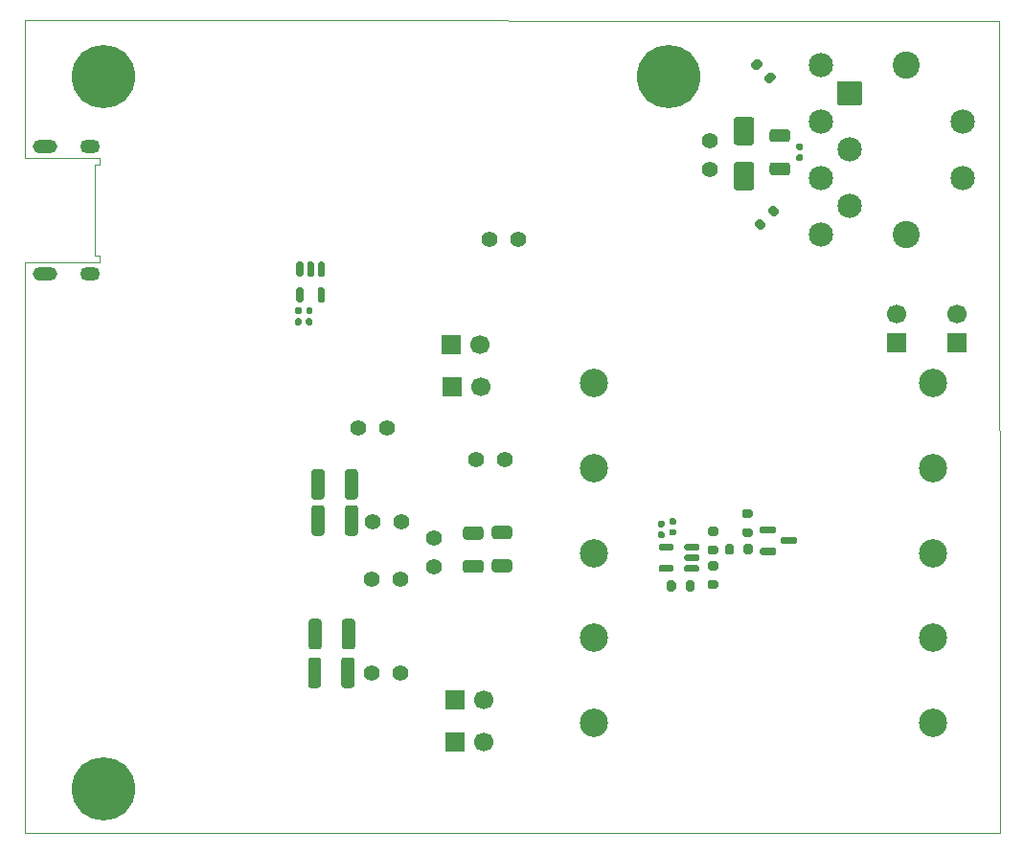
<source format=gbs>
G04 #@! TF.GenerationSoftware,KiCad,Pcbnew,9.0.1+1*
G04 #@! TF.CreationDate,2025-12-16T10:27:43+00:00*
G04 #@! TF.ProjectId,c64psu,63363470-7375-42e6-9b69-6361645f7063,rev?*
G04 #@! TF.SameCoordinates,Original*
G04 #@! TF.FileFunction,Soldermask,Bot*
G04 #@! TF.FilePolarity,Negative*
%FSLAX46Y46*%
G04 Gerber Fmt 4.6, Leading zero omitted, Abs format (unit mm)*
G04 Created by KiCad (PCBNEW 9.0.1+1) date 2025-12-16 10:27:43*
%MOMM*%
%LPD*%
G01*
G04 APERTURE LIST*
G04 #@! TA.AperFunction,Profile*
%ADD10C,0.050000*%
G04 #@! TD*
%ADD11C,2.500000*%
%ADD12C,1.400000*%
%ADD13C,3.600000*%
%ADD14C,5.600000*%
%ADD15R,1.700000X1.700000*%
%ADD16C,1.700000*%
%ADD17O,1.754000X1.254000*%
%ADD18O,2.154000X1.254000*%
%ADD19C,2.400000*%
%ADD20C,2.154000*%
G04 APERTURE END LIST*
D10*
X219224551Y-37033468D02*
X219250062Y-108900624D01*
X133100087Y-108875624D01*
X133075074Y-58400000D01*
X139675000Y-58400000D01*
X139675000Y-57800000D01*
X139250000Y-57800000D01*
X139250000Y-49750000D01*
X139700000Y-49750000D01*
X139700000Y-49150000D01*
X133075000Y-49150000D01*
X133075000Y-37008468D01*
X219224551Y-37033468D01*
D11*
X183370000Y-69110000D03*
X183370000Y-76610000D03*
X183370000Y-84110000D03*
X183370000Y-91610000D03*
X183370000Y-99110000D03*
X213370000Y-69110000D03*
X213370000Y-76610000D03*
X213370000Y-84110000D03*
X213370000Y-91610000D03*
X213370000Y-99110000D03*
D12*
X163748400Y-94691200D03*
X166288400Y-94691200D03*
X163799200Y-81330800D03*
X166339200Y-81330800D03*
D13*
X190000000Y-42000000D03*
D14*
X190000000Y-42000000D03*
D15*
X170784600Y-65684400D03*
D16*
X173324600Y-65684400D03*
D15*
X171140200Y-100787200D03*
D16*
X173680200Y-100787200D03*
D15*
X170835400Y-69392800D03*
D16*
X173375400Y-69392800D03*
D12*
X172994001Y-75844400D03*
X175534001Y-75844400D03*
X165079999Y-73050400D03*
X162539999Y-73050400D03*
X169214800Y-85344000D03*
X169214800Y-82804000D03*
D17*
X138850000Y-48155000D03*
X138850000Y-59395000D03*
D18*
X134850000Y-48155000D03*
X134850000Y-59395000D03*
D15*
X171140200Y-97078800D03*
D16*
X173680200Y-97078800D03*
D12*
X166248400Y-86410800D03*
X163708400Y-86410800D03*
D13*
X140000000Y-105000000D03*
D14*
X140000000Y-105000000D03*
D12*
X174170300Y-56365150D03*
X176710300Y-56365150D03*
D19*
X210980000Y-55940000D03*
X210980000Y-40940000D03*
D20*
X215980000Y-50940000D03*
X215980000Y-45940000D03*
G36*
G01*
X206955000Y-44517000D02*
X205005000Y-44517000D01*
G75*
G02*
X204903000Y-44415000I0J102000D01*
G01*
X204903000Y-42465000D01*
G75*
G02*
X205005000Y-42363000I102000J0D01*
G01*
X206955000Y-42363000D01*
G75*
G02*
X207057000Y-42465000I0J-102000D01*
G01*
X207057000Y-44415000D01*
G75*
G02*
X206955000Y-44517000I-102000J0D01*
G01*
G37*
X205980000Y-48440000D03*
X205980000Y-53440000D03*
X203480000Y-45940000D03*
X203480000Y-50940000D03*
X203480000Y-40940000D03*
X203480000Y-55940000D03*
D12*
X193598800Y-50170399D03*
X193598800Y-47630399D03*
D13*
X140000000Y-42000000D03*
D14*
X140000000Y-42000000D03*
G36*
G01*
X197296800Y-52036802D02*
X195996800Y-52036802D01*
G75*
G02*
X195746800Y-51786802I0J250000D01*
G01*
X195746800Y-49786802D01*
G75*
G02*
X195996800Y-49536802I250000J0D01*
G01*
X197296800Y-49536802D01*
G75*
G02*
X197546800Y-49786802I0J-250000D01*
G01*
X197546800Y-51786802D01*
G75*
G02*
X197296800Y-52036802I-250000J0D01*
G01*
G37*
G36*
G01*
X197296800Y-48036800D02*
X195996800Y-48036800D01*
G75*
G02*
X195746800Y-47786800I0J250000D01*
G01*
X195746800Y-45786800D01*
G75*
G02*
X195996800Y-45536800I250000J0D01*
G01*
X197296800Y-45536800D01*
G75*
G02*
X197546800Y-45786800I0J-250000D01*
G01*
X197546800Y-47786800D01*
G75*
G02*
X197296800Y-48036800I-250000J0D01*
G01*
G37*
G36*
G01*
X193628600Y-84830200D02*
X194178600Y-84830200D01*
G75*
G02*
X194378600Y-85030200I0J-200000D01*
G01*
X194378600Y-85430200D01*
G75*
G02*
X194178600Y-85630200I-200000J0D01*
G01*
X193628600Y-85630200D01*
G75*
G02*
X193428600Y-85430200I0J200000D01*
G01*
X193428600Y-85030200D01*
G75*
G02*
X193628600Y-84830200I200000J0D01*
G01*
G37*
G36*
G01*
X193628600Y-86480200D02*
X194178600Y-86480200D01*
G75*
G02*
X194378600Y-86680200I0J-200000D01*
G01*
X194378600Y-87080200D01*
G75*
G02*
X194178600Y-87280200I-200000J0D01*
G01*
X193628600Y-87280200D01*
G75*
G02*
X193428600Y-87080200I0J200000D01*
G01*
X193428600Y-86680200D01*
G75*
G02*
X193628600Y-86480200I200000J0D01*
G01*
G37*
G36*
G01*
X192706400Y-83431201D02*
X192706400Y-83731201D01*
G75*
G02*
X192556400Y-83881201I-150000J0D01*
G01*
X191531400Y-83881201D01*
G75*
G02*
X191381400Y-83731201I0J150000D01*
G01*
X191381400Y-83431201D01*
G75*
G02*
X191531400Y-83281201I150000J0D01*
G01*
X192556400Y-83281201D01*
G75*
G02*
X192706400Y-83431201I0J-150000D01*
G01*
G37*
G36*
G01*
X192706400Y-84381200D02*
X192706400Y-84681200D01*
G75*
G02*
X192556400Y-84831200I-150000J0D01*
G01*
X191531400Y-84831200D01*
G75*
G02*
X191381400Y-84681200I0J150000D01*
G01*
X191381400Y-84381200D01*
G75*
G02*
X191531400Y-84231200I150000J0D01*
G01*
X192556400Y-84231200D01*
G75*
G02*
X192706400Y-84381200I0J-150000D01*
G01*
G37*
G36*
G01*
X192706400Y-85331199D02*
X192706400Y-85631199D01*
G75*
G02*
X192556400Y-85781199I-150000J0D01*
G01*
X191531400Y-85781199D01*
G75*
G02*
X191381400Y-85631199I0J150000D01*
G01*
X191381400Y-85331199D01*
G75*
G02*
X191531400Y-85181199I150000J0D01*
G01*
X192556400Y-85181199D01*
G75*
G02*
X192706400Y-85331199I0J-150000D01*
G01*
G37*
G36*
G01*
X190431400Y-85331199D02*
X190431400Y-85631199D01*
G75*
G02*
X190281400Y-85781199I-150000J0D01*
G01*
X189256400Y-85781199D01*
G75*
G02*
X189106400Y-85631199I0J150000D01*
G01*
X189106400Y-85331199D01*
G75*
G02*
X189256400Y-85181199I150000J0D01*
G01*
X190281400Y-85181199D01*
G75*
G02*
X190431400Y-85331199I0J-150000D01*
G01*
G37*
G36*
G01*
X190431400Y-83431201D02*
X190431400Y-83731201D01*
G75*
G02*
X190281400Y-83881201I-150000J0D01*
G01*
X189256400Y-83881201D01*
G75*
G02*
X189106400Y-83731201I0J150000D01*
G01*
X189106400Y-83431201D01*
G75*
G02*
X189256400Y-83281201I150000J0D01*
G01*
X190281400Y-83281201D01*
G75*
G02*
X190431400Y-83431201I0J-150000D01*
G01*
G37*
G36*
G01*
X157243601Y-58347200D02*
X157543601Y-58347200D01*
G75*
G02*
X157693601Y-58497200I0J-150000D01*
G01*
X157693601Y-59522200D01*
G75*
G02*
X157543601Y-59672200I-150000J0D01*
G01*
X157243601Y-59672200D01*
G75*
G02*
X157093601Y-59522200I0J150000D01*
G01*
X157093601Y-58497200D01*
G75*
G02*
X157243601Y-58347200I150000J0D01*
G01*
G37*
G36*
G01*
X158193600Y-58347200D02*
X158493600Y-58347200D01*
G75*
G02*
X158643600Y-58497200I0J-150000D01*
G01*
X158643600Y-59522200D01*
G75*
G02*
X158493600Y-59672200I-150000J0D01*
G01*
X158193600Y-59672200D01*
G75*
G02*
X158043600Y-59522200I0J150000D01*
G01*
X158043600Y-58497200D01*
G75*
G02*
X158193600Y-58347200I150000J0D01*
G01*
G37*
G36*
G01*
X159143599Y-58347200D02*
X159443599Y-58347200D01*
G75*
G02*
X159593599Y-58497200I0J-150000D01*
G01*
X159593599Y-59522200D01*
G75*
G02*
X159443599Y-59672200I-150000J0D01*
G01*
X159143599Y-59672200D01*
G75*
G02*
X158993599Y-59522200I0J150000D01*
G01*
X158993599Y-58497200D01*
G75*
G02*
X159143599Y-58347200I150000J0D01*
G01*
G37*
G36*
G01*
X159143599Y-60622200D02*
X159443599Y-60622200D01*
G75*
G02*
X159593599Y-60772200I0J-150000D01*
G01*
X159593599Y-61797200D01*
G75*
G02*
X159443599Y-61947200I-150000J0D01*
G01*
X159143599Y-61947200D01*
G75*
G02*
X158993599Y-61797200I0J150000D01*
G01*
X158993599Y-60772200D01*
G75*
G02*
X159143599Y-60622200I150000J0D01*
G01*
G37*
G36*
G01*
X157243601Y-60622200D02*
X157543601Y-60622200D01*
G75*
G02*
X157693601Y-60772200I0J-150000D01*
G01*
X157693601Y-61797200D01*
G75*
G02*
X157543601Y-61947200I-150000J0D01*
G01*
X157243601Y-61947200D01*
G75*
G02*
X157093601Y-61797200I0J150000D01*
G01*
X157093601Y-60772200D01*
G75*
G02*
X157243601Y-60622200I150000J0D01*
G01*
G37*
G36*
G01*
X192283800Y-86745400D02*
X192283800Y-87295400D01*
G75*
G02*
X192083800Y-87495400I-200000J0D01*
G01*
X191683800Y-87495400D01*
G75*
G02*
X191483800Y-87295400I0J200000D01*
G01*
X191483800Y-86745400D01*
G75*
G02*
X191683800Y-86545400I200000J0D01*
G01*
X192083800Y-86545400D01*
G75*
G02*
X192283800Y-86745400I0J-200000D01*
G01*
G37*
G36*
G01*
X190633800Y-86745400D02*
X190633800Y-87295400D01*
G75*
G02*
X190433800Y-87495400I-200000J0D01*
G01*
X190033800Y-87495400D01*
G75*
G02*
X189833800Y-87295400I0J200000D01*
G01*
X189833800Y-86745400D01*
G75*
G02*
X190033800Y-86545400I200000J0D01*
G01*
X190433800Y-86545400D01*
G75*
G02*
X190633800Y-86745400I0J-200000D01*
G01*
G37*
G36*
G01*
X197226600Y-82696000D02*
X196676600Y-82696000D01*
G75*
G02*
X196476600Y-82496000I0J200000D01*
G01*
X196476600Y-82096000D01*
G75*
G02*
X196676600Y-81896000I200000J0D01*
G01*
X197226600Y-81896000D01*
G75*
G02*
X197426600Y-82096000I0J-200000D01*
G01*
X197426600Y-82496000D01*
G75*
G02*
X197226600Y-82696000I-200000J0D01*
G01*
G37*
G36*
G01*
X197226600Y-81046000D02*
X196676600Y-81046000D01*
G75*
G02*
X196476600Y-80846000I0J200000D01*
G01*
X196476600Y-80446000D01*
G75*
G02*
X196676600Y-80246000I200000J0D01*
G01*
X197226600Y-80246000D01*
G75*
G02*
X197426600Y-80446000I0J-200000D01*
G01*
X197426600Y-80846000D01*
G75*
G02*
X197226600Y-81046000I-200000J0D01*
G01*
G37*
G36*
G01*
X162222400Y-93591200D02*
X162222400Y-95791200D01*
G75*
G02*
X161972400Y-96041200I-250000J0D01*
G01*
X161322400Y-96041200D01*
G75*
G02*
X161072400Y-95791200I0J250000D01*
G01*
X161072400Y-93591200D01*
G75*
G02*
X161322400Y-93341200I250000J0D01*
G01*
X161972400Y-93341200D01*
G75*
G02*
X162222400Y-93591200I0J-250000D01*
G01*
G37*
G36*
G01*
X159272400Y-93591200D02*
X159272400Y-95791200D01*
G75*
G02*
X159022400Y-96041200I-250000J0D01*
G01*
X158372400Y-96041200D01*
G75*
G02*
X158122400Y-95791200I0J250000D01*
G01*
X158122400Y-93591200D01*
G75*
G02*
X158372400Y-93341200I250000J0D01*
G01*
X159022400Y-93341200D01*
G75*
G02*
X159272400Y-93591200I0J-250000D01*
G01*
G37*
G36*
G01*
X158427199Y-79128800D02*
X158427199Y-76928800D01*
G75*
G02*
X158677199Y-76678800I250000J0D01*
G01*
X159327199Y-76678800D01*
G75*
G02*
X159577199Y-76928800I0J-250000D01*
G01*
X159577199Y-79128800D01*
G75*
G02*
X159327199Y-79378800I-250000J0D01*
G01*
X158677199Y-79378800D01*
G75*
G02*
X158427199Y-79128800I0J250000D01*
G01*
G37*
G36*
G01*
X161377201Y-79128800D02*
X161377201Y-76928800D01*
G75*
G02*
X161627201Y-76678800I250000J0D01*
G01*
X162277201Y-76678800D01*
G75*
G02*
X162527201Y-76928800I0J-250000D01*
G01*
X162527201Y-79128800D01*
G75*
G02*
X162277201Y-79378800I-250000J0D01*
G01*
X161627201Y-79378800D01*
G75*
G02*
X161377201Y-79128800I0J250000D01*
G01*
G37*
G36*
G01*
X174603708Y-81712215D02*
X175903708Y-81712215D01*
G75*
G02*
X176153708Y-81962215I0J-250000D01*
G01*
X176153708Y-82612215D01*
G75*
G02*
X175903708Y-82862215I-250000J0D01*
G01*
X174603708Y-82862215D01*
G75*
G02*
X174353708Y-82612215I0J250000D01*
G01*
X174353708Y-81962215D01*
G75*
G02*
X174603708Y-81712215I250000J0D01*
G01*
G37*
G36*
G01*
X174603708Y-84662217D02*
X175903708Y-84662217D01*
G75*
G02*
X176153708Y-84912217I0J-250000D01*
G01*
X176153708Y-85562217D01*
G75*
G02*
X175903708Y-85812217I-250000J0D01*
G01*
X174603708Y-85812217D01*
G75*
G02*
X174353708Y-85562217I0J250000D01*
G01*
X174353708Y-84912217D01*
G75*
G02*
X174603708Y-84662217I250000J0D01*
G01*
G37*
G36*
G01*
X199350551Y-53396940D02*
X199739460Y-53785849D01*
G75*
G02*
X199739460Y-54068691I-141421J-141421D01*
G01*
X199456617Y-54351534D01*
G75*
G02*
X199173775Y-54351534I-141421J141421D01*
G01*
X198784866Y-53962625D01*
G75*
G02*
X198784866Y-53679783I141421J141421D01*
G01*
X199067709Y-53396940D01*
G75*
G02*
X199350551Y-53396940I141421J-141421D01*
G01*
G37*
G36*
G01*
X198183825Y-54563666D02*
X198572734Y-54952575D01*
G75*
G02*
X198572734Y-55235417I-141421J-141421D01*
G01*
X198289891Y-55518260D01*
G75*
G02*
X198007049Y-55518260I-141421J141421D01*
G01*
X197618140Y-55129351D01*
G75*
G02*
X197618140Y-54846509I141421J141421D01*
G01*
X197900983Y-54563666D01*
G75*
G02*
X198183825Y-54563666I141421J-141421D01*
G01*
G37*
G36*
G01*
X199170000Y-46619999D02*
X200470000Y-46619999D01*
G75*
G02*
X200720000Y-46869999I0J-250000D01*
G01*
X200720000Y-47519999D01*
G75*
G02*
X200470000Y-47769999I-250000J0D01*
G01*
X199170000Y-47769999D01*
G75*
G02*
X198920000Y-47519999I0J250000D01*
G01*
X198920000Y-46869999D01*
G75*
G02*
X199170000Y-46619999I250000J0D01*
G01*
G37*
G36*
G01*
X199170000Y-49570001D02*
X200470000Y-49570001D01*
G75*
G02*
X200720000Y-49820001I0J-250000D01*
G01*
X200720000Y-50470001D01*
G75*
G02*
X200470000Y-50720001I-250000J0D01*
G01*
X199170000Y-50720001D01*
G75*
G02*
X198920000Y-50470001I0J250000D01*
G01*
X198920000Y-49820001D01*
G75*
G02*
X199170000Y-49570001I250000J0D01*
G01*
G37*
G36*
G01*
X156974000Y-63822400D02*
X156974000Y-63482400D01*
G75*
G02*
X157114000Y-63342400I140000J0D01*
G01*
X157394000Y-63342400D01*
G75*
G02*
X157534000Y-63482400I0J-140000D01*
G01*
X157534000Y-63822400D01*
G75*
G02*
X157394000Y-63962400I-140000J0D01*
G01*
X157114000Y-63962400D01*
G75*
G02*
X156974000Y-63822400I0J140000D01*
G01*
G37*
G36*
G01*
X157934000Y-63822400D02*
X157934000Y-63482400D01*
G75*
G02*
X158074000Y-63342400I140000J0D01*
G01*
X158354000Y-63342400D01*
G75*
G02*
X158494000Y-63482400I0J-140000D01*
G01*
X158494000Y-63822400D01*
G75*
G02*
X158354000Y-63962400I-140000J0D01*
G01*
X158074000Y-63962400D01*
G75*
G02*
X157934000Y-63822400I0J140000D01*
G01*
G37*
G36*
G01*
X158427199Y-82329200D02*
X158427199Y-80129200D01*
G75*
G02*
X158677199Y-79879200I250000J0D01*
G01*
X159327199Y-79879200D01*
G75*
G02*
X159577199Y-80129200I0J-250000D01*
G01*
X159577199Y-82329200D01*
G75*
G02*
X159327199Y-82579200I-250000J0D01*
G01*
X158677199Y-82579200D01*
G75*
G02*
X158427199Y-82329200I0J250000D01*
G01*
G37*
G36*
G01*
X161377201Y-82329200D02*
X161377201Y-80129200D01*
G75*
G02*
X161627201Y-79879200I250000J0D01*
G01*
X162277201Y-79879200D01*
G75*
G02*
X162527201Y-80129200I0J-250000D01*
G01*
X162527201Y-82329200D01*
G75*
G02*
X162277201Y-82579200I-250000J0D01*
G01*
X161627201Y-82579200D01*
G75*
G02*
X161377201Y-82329200I0J250000D01*
G01*
G37*
G36*
G01*
X162273201Y-90187600D02*
X162273201Y-92387600D01*
G75*
G02*
X162023201Y-92637600I-250000J0D01*
G01*
X161373201Y-92637600D01*
G75*
G02*
X161123201Y-92387600I0J250000D01*
G01*
X161123201Y-90187600D01*
G75*
G02*
X161373201Y-89937600I250000J0D01*
G01*
X162023201Y-89937600D01*
G75*
G02*
X162273201Y-90187600I0J-250000D01*
G01*
G37*
G36*
G01*
X159323199Y-90187600D02*
X159323199Y-92387600D01*
G75*
G02*
X159073199Y-92637600I-250000J0D01*
G01*
X158423199Y-92637600D01*
G75*
G02*
X158173199Y-92387600I0J250000D01*
G01*
X158173199Y-90187600D01*
G75*
G02*
X158423199Y-89937600I250000J0D01*
G01*
X159073199Y-89937600D01*
G75*
G02*
X159323199Y-90187600I0J-250000D01*
G01*
G37*
G36*
G01*
X194964600Y-84044200D02*
X194964600Y-83494200D01*
G75*
G02*
X195164600Y-83294200I200000J0D01*
G01*
X195564600Y-83294200D01*
G75*
G02*
X195764600Y-83494200I0J-200000D01*
G01*
X195764600Y-84044200D01*
G75*
G02*
X195564600Y-84244200I-200000J0D01*
G01*
X195164600Y-84244200D01*
G75*
G02*
X194964600Y-84044200I0J200000D01*
G01*
G37*
G36*
G01*
X196614600Y-84044200D02*
X196614600Y-83494200D01*
G75*
G02*
X196814600Y-83294200I200000J0D01*
G01*
X197214600Y-83294200D01*
G75*
G02*
X197414600Y-83494200I0J-200000D01*
G01*
X197414600Y-84044200D01*
G75*
G02*
X197214600Y-84244200I-200000J0D01*
G01*
X196814600Y-84244200D01*
G75*
G02*
X196614600Y-84044200I0J200000D01*
G01*
G37*
D15*
X215442800Y-65486200D03*
D16*
X215442800Y-62946200D03*
G36*
G01*
X189161600Y-81259200D02*
X189501600Y-81259200D01*
G75*
G02*
X189641600Y-81399200I0J-140000D01*
G01*
X189641600Y-81679200D01*
G75*
G02*
X189501600Y-81819200I-140000J0D01*
G01*
X189161600Y-81819200D01*
G75*
G02*
X189021600Y-81679200I0J140000D01*
G01*
X189021600Y-81399200D01*
G75*
G02*
X189161600Y-81259200I140000J0D01*
G01*
G37*
G36*
G01*
X189161600Y-82219200D02*
X189501600Y-82219200D01*
G75*
G02*
X189641600Y-82359200I0J-140000D01*
G01*
X189641600Y-82639200D01*
G75*
G02*
X189501600Y-82779200I-140000J0D01*
G01*
X189161600Y-82779200D01*
G75*
G02*
X189021600Y-82639200I0J140000D01*
G01*
X189021600Y-82359200D01*
G75*
G02*
X189161600Y-82219200I140000J0D01*
G01*
G37*
G36*
G01*
X198019800Y-84121300D02*
X198019800Y-83821300D01*
G75*
G02*
X198169800Y-83671300I150000J0D01*
G01*
X199344800Y-83671300D01*
G75*
G02*
X199494800Y-83821300I0J-150000D01*
G01*
X199494800Y-84121300D01*
G75*
G02*
X199344800Y-84271300I-150000J0D01*
G01*
X198169800Y-84271300D01*
G75*
G02*
X198019800Y-84121300I0J150000D01*
G01*
G37*
G36*
G01*
X198019800Y-82221300D02*
X198019800Y-81921300D01*
G75*
G02*
X198169800Y-81771300I150000J0D01*
G01*
X199344800Y-81771300D01*
G75*
G02*
X199494800Y-81921300I0J-150000D01*
G01*
X199494800Y-82221300D01*
G75*
G02*
X199344800Y-82371300I-150000J0D01*
G01*
X198169800Y-82371300D01*
G75*
G02*
X198019800Y-82221300I0J150000D01*
G01*
G37*
G36*
G01*
X199894801Y-83171300D02*
X199894801Y-82871300D01*
G75*
G02*
X200044801Y-82721300I150000J0D01*
G01*
X201219801Y-82721300D01*
G75*
G02*
X201369801Y-82871300I0J-150000D01*
G01*
X201369801Y-83171300D01*
G75*
G02*
X201219801Y-83321300I-150000J0D01*
G01*
X200044801Y-83321300D01*
G75*
G02*
X199894801Y-83171300I0J150000D01*
G01*
G37*
G36*
G01*
X172071743Y-81763741D02*
X173371743Y-81763741D01*
G75*
G02*
X173621743Y-82013741I0J-250000D01*
G01*
X173621743Y-82663741D01*
G75*
G02*
X173371743Y-82913741I-250000J0D01*
G01*
X172071743Y-82913741D01*
G75*
G02*
X171821743Y-82663741I0J250000D01*
G01*
X171821743Y-82013741D01*
G75*
G02*
X172071743Y-81763741I250000J0D01*
G01*
G37*
G36*
G01*
X172071743Y-84713743D02*
X173371743Y-84713743D01*
G75*
G02*
X173621743Y-84963743I0J-250000D01*
G01*
X173621743Y-85613743D01*
G75*
G02*
X173371743Y-85863743I-250000J0D01*
G01*
X172071743Y-85863743D01*
G75*
G02*
X171821743Y-85613743I0J250000D01*
G01*
X171821743Y-84963743D01*
G75*
G02*
X172071743Y-84713743I250000J0D01*
G01*
G37*
G36*
G01*
X201404400Y-47906400D02*
X201744400Y-47906400D01*
G75*
G02*
X201884400Y-48046400I0J-140000D01*
G01*
X201884400Y-48326400D01*
G75*
G02*
X201744400Y-48466400I-140000J0D01*
G01*
X201404400Y-48466400D01*
G75*
G02*
X201264400Y-48326400I0J140000D01*
G01*
X201264400Y-48046400D01*
G75*
G02*
X201404400Y-47906400I140000J0D01*
G01*
G37*
G36*
G01*
X201404400Y-48866400D02*
X201744400Y-48866400D01*
G75*
G02*
X201884400Y-49006400I0J-140000D01*
G01*
X201884400Y-49286400D01*
G75*
G02*
X201744400Y-49426400I-140000J0D01*
G01*
X201404400Y-49426400D01*
G75*
G02*
X201264400Y-49286400I0J140000D01*
G01*
X201264400Y-49006400D01*
G75*
G02*
X201404400Y-48866400I140000J0D01*
G01*
G37*
G36*
G01*
X190517600Y-82548000D02*
X190177600Y-82548000D01*
G75*
G02*
X190037600Y-82408000I0J140000D01*
G01*
X190037600Y-82128000D01*
G75*
G02*
X190177600Y-81988000I140000J0D01*
G01*
X190517600Y-81988000D01*
G75*
G02*
X190657600Y-82128000I0J-140000D01*
G01*
X190657600Y-82408000D01*
G75*
G02*
X190517600Y-82548000I-140000J0D01*
G01*
G37*
G36*
G01*
X190517600Y-81588000D02*
X190177600Y-81588000D01*
G75*
G02*
X190037600Y-81448000I0J140000D01*
G01*
X190037600Y-81168000D01*
G75*
G02*
X190177600Y-81028000I140000J0D01*
G01*
X190517600Y-81028000D01*
G75*
G02*
X190657600Y-81168000I0J-140000D01*
G01*
X190657600Y-81448000D01*
G75*
G02*
X190517600Y-81588000I-140000J0D01*
G01*
G37*
G36*
G01*
X197313340Y-40831849D02*
X197702249Y-40442940D01*
G75*
G02*
X197985091Y-40442940I141421J-141421D01*
G01*
X198267934Y-40725783D01*
G75*
G02*
X198267934Y-41008625I-141421J-141421D01*
G01*
X197879025Y-41397534D01*
G75*
G02*
X197596183Y-41397534I-141421J141421D01*
G01*
X197313340Y-41114691D01*
G75*
G02*
X197313340Y-40831849I141421J141421D01*
G01*
G37*
G36*
G01*
X198480066Y-41998575D02*
X198868975Y-41609666D01*
G75*
G02*
X199151817Y-41609666I141421J-141421D01*
G01*
X199434660Y-41892509D01*
G75*
G02*
X199434660Y-42175351I-141421J-141421D01*
G01*
X199045751Y-42564260D01*
G75*
G02*
X198762909Y-42564260I-141421J141421D01*
G01*
X198480066Y-42281417D01*
G75*
G02*
X198480066Y-41998575I141421J141421D01*
G01*
G37*
D15*
X210108800Y-65537000D03*
D16*
X210108800Y-62997000D03*
G36*
G01*
X158522000Y-62517200D02*
X158522000Y-62857200D01*
G75*
G02*
X158382000Y-62997200I-140000J0D01*
G01*
X158102000Y-62997200D01*
G75*
G02*
X157962000Y-62857200I0J140000D01*
G01*
X157962000Y-62517200D01*
G75*
G02*
X158102000Y-62377200I140000J0D01*
G01*
X158382000Y-62377200D01*
G75*
G02*
X158522000Y-62517200I0J-140000D01*
G01*
G37*
G36*
G01*
X157562000Y-62517200D02*
X157562000Y-62857200D01*
G75*
G02*
X157422000Y-62997200I-140000J0D01*
G01*
X157142000Y-62997200D01*
G75*
G02*
X157002000Y-62857200I0J140000D01*
G01*
X157002000Y-62517200D01*
G75*
G02*
X157142000Y-62377200I140000J0D01*
G01*
X157422000Y-62377200D01*
G75*
G02*
X157562000Y-62517200I0J-140000D01*
G01*
G37*
G36*
G01*
X194178600Y-84232200D02*
X193628600Y-84232200D01*
G75*
G02*
X193428600Y-84032200I0J200000D01*
G01*
X193428600Y-83632200D01*
G75*
G02*
X193628600Y-83432200I200000J0D01*
G01*
X194178600Y-83432200D01*
G75*
G02*
X194378600Y-83632200I0J-200000D01*
G01*
X194378600Y-84032200D01*
G75*
G02*
X194178600Y-84232200I-200000J0D01*
G01*
G37*
G36*
G01*
X194178600Y-82582200D02*
X193628600Y-82582200D01*
G75*
G02*
X193428600Y-82382200I0J200000D01*
G01*
X193428600Y-81982200D01*
G75*
G02*
X193628600Y-81782200I200000J0D01*
G01*
X194178600Y-81782200D01*
G75*
G02*
X194378600Y-81982200I0J-200000D01*
G01*
X194378600Y-82382200D01*
G75*
G02*
X194178600Y-82582200I-200000J0D01*
G01*
G37*
M02*

</source>
